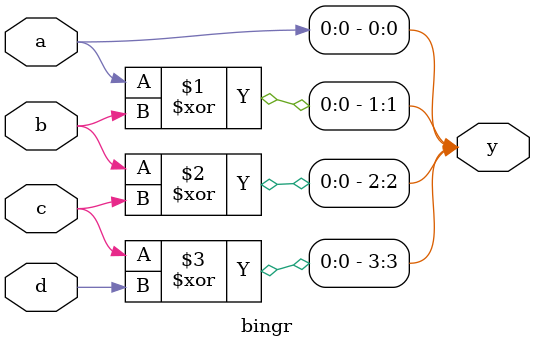
<source format=v>
`timescale 1ns / 1ps



module bingr(input a,b,c,d,output [3:0] y);
assign y[0]=a;
xor x_1(y[1],a,b);
xor x_2(y[2],b,c);
xor x_3(y[3],c,d);
endmodule

</source>
